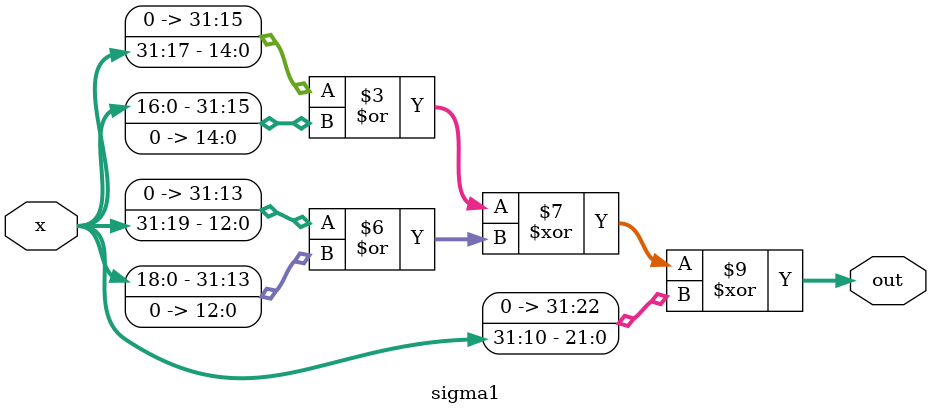
<source format=v>
module sigma1 (
    input  wire [31:0] x,    // Input 32-bit word
    output wire [31:0] out   // Output σ₁(x)
);

    // σ₁(x) = ROTR^17(x) ⊕ ROTR^19(x) ⊕ SHR^10(x)
    // Where ROTR^n(x) = (x >> n) | (x << (32-n))
    // And SHR^n(x) = x >> n
    assign out = ((x >> 17) | (x << 15)) ^  // ROTR^17(x)
                 ((x >> 19) | (x << 13)) ^  // ROTR^19(x)
                 (x >> 10);                 // SHR^10(x)

endmodule
</source>
